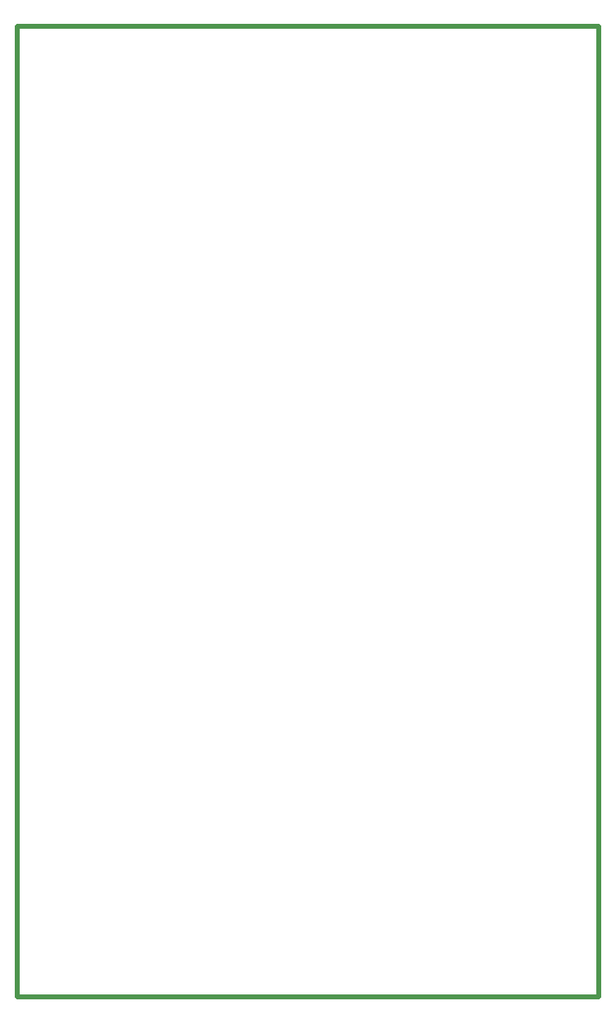
<source format=gbr>
%TF.GenerationSoftware,KiCad,Pcbnew,8.0.5*%
%TF.CreationDate,2024-10-21T17:45:40+01:00*%
%TF.ProjectId,Basic_DSP_V0_1,42617369-635f-4445-9350-5f56305f312e,rev?*%
%TF.SameCoordinates,Original*%
%TF.FileFunction,Profile,NP*%
%FSLAX46Y46*%
G04 Gerber Fmt 4.6, Leading zero omitted, Abs format (unit mm)*
G04 Created by KiCad (PCBNEW 8.0.5) date 2024-10-21 17:45:40*
%MOMM*%
%LPD*%
G01*
G04 APERTURE LIST*
%TA.AperFunction,Profile*%
%ADD10C,0.500000*%
%TD*%
G04 APERTURE END LIST*
D10*
X73400000Y-304100000D02*
X133400000Y-304100000D01*
X133400000Y-404100000D01*
X73400000Y-404100000D01*
X73400000Y-304100000D01*
M02*

</source>
